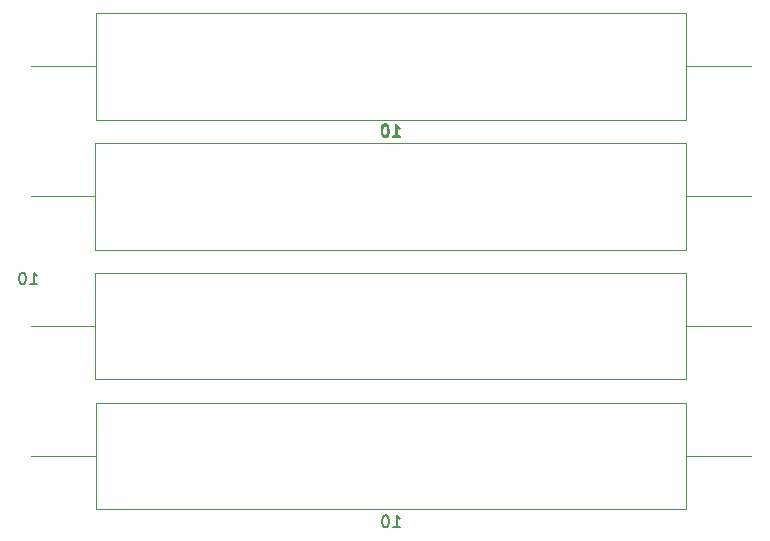
<source format=gbr>
G04 #@! TF.FileFunction,Other,Fab,Bot*
%FSLAX46Y46*%
G04 Gerber Fmt 4.6, Leading zero omitted, Abs format (unit mm)*
G04 Created by KiCad (PCBNEW 4.0.2-stable) date 30/01/2018 13:09:08*
%MOMM*%
G01*
G04 APERTURE LIST*
%ADD10C,0.100000*%
%ADD11C,0.150000*%
G04 APERTURE END LIST*
D10*
X98480000Y-72500000D02*
X98480000Y-63500000D01*
X98480000Y-63500000D02*
X148480000Y-63500000D01*
X148480000Y-63500000D02*
X148480000Y-72500000D01*
X148480000Y-72500000D02*
X98480000Y-72500000D01*
X93000000Y-68000000D02*
X98480000Y-68000000D01*
X153960000Y-68000000D02*
X148480000Y-68000000D01*
X148520000Y-52500000D02*
X148520000Y-61500000D01*
X148520000Y-61500000D02*
X98520000Y-61500000D01*
X98520000Y-61500000D02*
X98520000Y-52500000D01*
X98520000Y-52500000D02*
X148520000Y-52500000D01*
X154000000Y-57000000D02*
X148520000Y-57000000D01*
X93040000Y-57000000D02*
X98520000Y-57000000D01*
X98480000Y-83500000D02*
X98480000Y-74500000D01*
X98480000Y-74500000D02*
X148480000Y-74500000D01*
X148480000Y-74500000D02*
X148480000Y-83500000D01*
X148480000Y-83500000D02*
X98480000Y-83500000D01*
X93000000Y-79000000D02*
X98480000Y-79000000D01*
X153960000Y-79000000D02*
X148480000Y-79000000D01*
X148520000Y-85500000D02*
X148520000Y-94500000D01*
X148520000Y-94500000D02*
X98520000Y-94500000D01*
X98520000Y-94500000D02*
X98520000Y-85500000D01*
X98520000Y-85500000D02*
X148520000Y-85500000D01*
X154000000Y-90000000D02*
X148520000Y-90000000D01*
X93040000Y-90000000D02*
X98520000Y-90000000D01*
D11*
X123670476Y-62892381D02*
X124241905Y-62892381D01*
X123956191Y-62892381D02*
X123956191Y-61892381D01*
X124051429Y-62035238D01*
X124146667Y-62130476D01*
X124241905Y-62178095D01*
X123051429Y-61892381D02*
X122956190Y-61892381D01*
X122860952Y-61940000D01*
X122813333Y-61987619D01*
X122765714Y-62082857D01*
X122718095Y-62273333D01*
X122718095Y-62511429D01*
X122765714Y-62701905D01*
X122813333Y-62797143D01*
X122860952Y-62844762D01*
X122956190Y-62892381D01*
X123051429Y-62892381D01*
X123146667Y-62844762D01*
X123194286Y-62797143D01*
X123241905Y-62701905D01*
X123289524Y-62511429D01*
X123289524Y-62273333D01*
X123241905Y-62082857D01*
X123194286Y-61987619D01*
X123146667Y-61940000D01*
X123051429Y-61892381D01*
X123710476Y-63012381D02*
X124281905Y-63012381D01*
X123996191Y-63012381D02*
X123996191Y-62012381D01*
X124091429Y-62155238D01*
X124186667Y-62250476D01*
X124281905Y-62298095D01*
X123091429Y-62012381D02*
X122996190Y-62012381D01*
X122900952Y-62060000D01*
X122853333Y-62107619D01*
X122805714Y-62202857D01*
X122758095Y-62393333D01*
X122758095Y-62631429D01*
X122805714Y-62821905D01*
X122853333Y-62917143D01*
X122900952Y-62964762D01*
X122996190Y-63012381D01*
X123091429Y-63012381D01*
X123186667Y-62964762D01*
X123234286Y-62917143D01*
X123281905Y-62821905D01*
X123329524Y-62631429D01*
X123329524Y-62393333D01*
X123281905Y-62202857D01*
X123234286Y-62107619D01*
X123186667Y-62060000D01*
X123091429Y-62012381D01*
X92990476Y-75452381D02*
X93561905Y-75452381D01*
X93276191Y-75452381D02*
X93276191Y-74452381D01*
X93371429Y-74595238D01*
X93466667Y-74690476D01*
X93561905Y-74738095D01*
X92371429Y-74452381D02*
X92276190Y-74452381D01*
X92180952Y-74500000D01*
X92133333Y-74547619D01*
X92085714Y-74642857D01*
X92038095Y-74833333D01*
X92038095Y-75071429D01*
X92085714Y-75261905D01*
X92133333Y-75357143D01*
X92180952Y-75404762D01*
X92276190Y-75452381D01*
X92371429Y-75452381D01*
X92466667Y-75404762D01*
X92514286Y-75357143D01*
X92561905Y-75261905D01*
X92609524Y-75071429D01*
X92609524Y-74833333D01*
X92561905Y-74642857D01*
X92514286Y-74547619D01*
X92466667Y-74500000D01*
X92371429Y-74452381D01*
X123710476Y-96012381D02*
X124281905Y-96012381D01*
X123996191Y-96012381D02*
X123996191Y-95012381D01*
X124091429Y-95155238D01*
X124186667Y-95250476D01*
X124281905Y-95298095D01*
X123091429Y-95012381D02*
X122996190Y-95012381D01*
X122900952Y-95060000D01*
X122853333Y-95107619D01*
X122805714Y-95202857D01*
X122758095Y-95393333D01*
X122758095Y-95631429D01*
X122805714Y-95821905D01*
X122853333Y-95917143D01*
X122900952Y-95964762D01*
X122996190Y-96012381D01*
X123091429Y-96012381D01*
X123186667Y-95964762D01*
X123234286Y-95917143D01*
X123281905Y-95821905D01*
X123329524Y-95631429D01*
X123329524Y-95393333D01*
X123281905Y-95202857D01*
X123234286Y-95107619D01*
X123186667Y-95060000D01*
X123091429Y-95012381D01*
M02*

</source>
